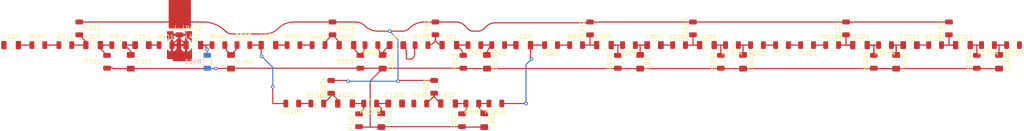
<source format=kicad_pcb>
(kicad_pcb (version 20221018) (generator pcbnew)
  (layers (0 "F.Cu" signal) (31 "B.Cu" signal) (34 "B.Paste" user) (35 "F.Paste" user) (36 "B.SilkS" user "B.Silkscreen") (37 "F.SilkS" user "F.Silkscreen") (38 "B.Mask" user) (39 "F.Mask" user) (44 "Edge.Cuts" user))
  (net 0 "")
  (net 2 "/local_1_a/in")
  (net 3 "/local_1_a/out")
  (net 4 "/local_1_b/in")
  (net 5 "/local_1_b/out")
  (net 6 "Net-(L301-Pad1)")
  (net 7 "Net-(L301-Pad2)")
  (net 8 "Net-(L401-Pad1)")
  (net 9 "Net-(L401-Pad2)")
  (net 10 "Net-(L601-Pad1)")
  (net 11 "Net-(L601-Pad2)")
  (net 12 "Net-(L701-Pad1)")
  (net 13 "Net-(L701-Pad2)")
  (net 14 "Net-(L901-Pad2)")
  (net 15 "+5V")
  (net 16 "GND")
  (net 17 "/relative_1_a/relative_2_a/out")
  (net 18 "Net-(L1001-Pad2)")
  (net 19 "/relative_1_a/out")
  (net 20 "/relative_1_a1/in")
  (net 21 "Net-(L1201-Pad2)")
  (net 22 "/relative_1_a1/relative_2_a/out")
  (net 23 "Net-(L1301-Pad2)")
  (net 24 "/relative_1_a1/out")
  (net 25 "/local_1_a/local_2_a/in")
  (net 26 "/local_1_a/local_2_b/out")
  (net 27 "/local_1_a/local_2_a/out")
  (net 28 "/local_1_a/local_2_b/in")
  (net 29 "/local_1_b/local_2_a/in")
  (net 30 "/local_1_b/local_2_b/out")
  (net 31 "/local_1_b/local_2_a/out")
  (net 32 "/local_1_b/local_2_b/in")
  (net 33 "/relative_1_a/relative_2_b/in")
  (net 34 "/relative_1_a/relative_2_b/out")
  (net 35 "/relative_1_a1/relative_2_b/in")
  (net 36 "/relative_1_a1/relative_2_b/out")
  (net 37 "Net-(L901-Pad1)")
  (net 38 "Net-(L1001-Pad1)")
  (net 39 "Net-(L1201-Pad1)")
  (net 40 "Net-(L1301-Pad1)")
  (net 41 "/relative_1_a/relative_2_a/in")
  (net 42 "/relative_1_a1/relative_2_a/in")
  (net 43 "/mezzanine/local_mezzanine/local_2_b/out")
  (net 44 "/mezzanine/local_mezzanine/local_2_a/out")
  (net 45 "/mezzanine/local_mezzanine/local_2_b/in")
  (net 46 "Net-(L902-Pad1)")
  (net 47 "Net-(L902-Pad2)")
  (net 48 "/mezzanine/out")
  (net 49 "Net-(L1002-Pad1)")
  (net 50 "Net-(L1002-Pad2)")
  (net 51 "/mezzanine/local_mezzanine/local_2_a/in")
  (footprint "Resistor_SMD:R_1206_3216Metric" (layer "F.Cu") (at 222.885 41.275 90)
    (fp_text reference "R1203")
    (fp_text value "2k2")
  )
  (footprint "Capacitor_SMD:C_1206_3216Metric_Pad1.33x1.80mm_HandSolder" (layer "F.Cu") (at 110.7825 41.275 -90)
    (fp_text reference "C601")
    (fp_text value "100n")
  )
  (footprint "Resistor_SMD:R_1206_3216Metric" (layer "F.Cu") (at 129.1975 41.275 90)
    (fp_text reference "R703")
    (fp_text value "2k2")
  )
  (footprint "Resistor_SMD:R_1206_3216Metric" (layer "F.Cu") (at 181.61 33.655 90)
    (fp_text reference "R1002")
    (fp_text value "4k7")
  )
  (footprint "Resistor_SMD:R_1206_3216Metric" (layer "F.Cu") (at 119.6725 37.465)
    (fp_text reference "R701")
    (fp_text value "1k")
  )
  (footprint "Resistor_SMD:R_1206_3216Metric" (layer "F.Cu") (at 99.06 46.99 90)
    (fp_text reference "R1006")
    (fp_text value "4k7")
  )
  (footprint "Capacitor_SMD:C_1206_3216Metric_Pad1.33x1.80mm_HandSolder" (layer "F.Cu") (at 133.985 54.61 -90)
    (fp_text reference "C902")
    (fp_text value "100n")
  )
  (footprint "Capacitor_SMD:C_1206_3216Metric_Pad1.33x1.80mm_HandSolder" (layer "F.Cu") (at 134.62 41.275 -90)
    (fp_text reference "C701")
    (fp_text value "100n")
  )
  (footprint "Capacitor_SMD:C_1206_3216Metric_Pad1.33x1.80mm_HandSolder" (layer "F.Cu") (at 76.2 41.275 -90)
    (fp_text reference "C401")
    (fp_text value "100n")
  )
  (footprint "Resistor_SMD:R_1206_3216Metric" (layer "F.Cu") (at 105.41 54.61 90)
    (fp_text reference "R1007")
    (fp_text value "2k2")
  )
  (footprint "Resistor_SMD:R_1206_3216Metric" (layer "F.Cu") (at 90.4625 37.465 180)
    (fp_text reference "R501")
    (fp_text value "1k")
  )
  (footprint "Resistor_SMD:R_1206_3216Metric" (layer "F.Cu") (at 190.5 37.465 180)
    (fp_text reference "R1004")
    (fp_text value "1k")
  )
  (footprint "Inductor_SMD:L_1206_3216Metric_Pad1.22x1.90mm_HandSolder" (layer "F.Cu") (at 125.73 50.8)
    (fp_text reference "L902")
    (fp_text value "10uH")
  )
  (footprint "Resistor_SMD:R_1206_3216Metric" (layer "F.Cu") (at 196.215 37.465 180)
    (fp_text reference "R802")
    (fp_text value "1k")
  )
  (footprint "Resistor_SMD:R_1206_3216Metric" (layer "F.Cu") (at 136.525 50.8 180)
    (fp_text reference "R1206")
    (fp_text value "1k")
  )
  (footprint "Resistor_SMD:R_1206_3216Metric" (layer "F.Cu") (at 119.38 50.8)
    (fp_text reference "R905")
    (fp_text value "1k")
  )
  (footprint "Resistor_SMD:R_1206_3216Metric" (layer "F.Cu") (at 95.885 50.8)
    (fp_text reference "R1005")
    (fp_text value "1k")
  )
  (footprint "Resistor_SMD:R_1206_3216Metric" (layer "F.Cu") (at 213.36 37.465)
    (fp_text reference "R1201")
    (fp_text value "1k")
  )
  (footprint "Capacitor_SMD:C_1206_3216Metric_Pad1.33x1.80mm_HandSolder" (layer "F.Cu") (at 193.04 41.275 -90)
    (fp_text reference "C1001")
    (fp_text value "100n")
  )
  (footprint "Inductor_SMD:L_1206_3216Metric_Pad1.22x1.90mm_HandSolder" (layer "F.Cu") (at 67.6025 37.465)
    (fp_text reference "L401")
    (fp_text value "10uH")
  )
  (footprint "Resistor_SMD:R_1206_3216Metric" (layer "F.Cu") (at 38.3925 37.465)
    (fp_text reference "R301")
    (fp_text value "1k")
  )
  (footprint "Resistor_SMD:R_1206_3216Metric" (layer "F.Cu") (at 122.555 46.99 90)
    (fp_text reference "R906")
    (fp_text value "4k7")
  )
  (footprint "Capacitor_SMD:C_1206_3216Metric_Pad1.33x1.80mm_HandSolder" (layer "F.Cu") (at 227.965 41.275 -90)
    (fp_text reference "C1201")
    (fp_text value "100n")
  )
  (footprint "Resistor_SMD:R_1206_3216Metric" (layer "F.Cu") (at 178.435 37.465)
    (fp_text reference "R1001")
    (fp_text value "1k")
  )
  (footprint "Capacitor_SMD:C_1206_3216Metric_Pad1.33x1.80mm_HandSolder" (layer "F.Cu") (at 231.14 37.465)
    (fp_text reference "C1101")
    (fp_text value "100n")
  )
  (footprint "Resistor_SMD:R_1206_3216Metric" (layer "F.Cu") (at 50.4575 37.465 180)
    (fp_text reference "R304")
    (fp_text value "1k")
  )
  (footprint "Resistor_SMD:R_1206_3216Metric" (layer "F.Cu") (at 79.0325 37.465 180)
    (fp_text reference "R202")
    (fp_text value "1k")
  )
  (footprint "Capacitor_SMD:C_1206_3216Metric_Pad1.33x1.80mm_HandSolder" (layer "F.Cu") (at 169.545 41.275 -90)
    (fp_text reference "C901")
    (fp_text value "100n")
  )
  (footprint "Resistor_SMD:R_1206_3216Metric" (layer "F.Cu") (at 108.2425 37.465 180)
    (fp_text reference "R604")
    (fp_text value "1k")
  )
  (footprint "Capacitor_SMD:C_1206_3216Metric_Pad1.33x1.80mm_HandSolder" (layer "F.Cu") (at 113.665 50.8)
    (fp_text reference "C1202")
    (fp_text value "100n")
  )
  (footprint "Resistor_SMD:R_1206_3216Metric" (layer "F.Cu") (at 167.005 37.465 180)
    (fp_text reference "R904")
    (fp_text value "1k")
  )
  (footprint "Capacitor_SMD:C_1206_3216Metric_Pad1.33x1.80mm_HandSolder" (layer "F.Cu") (at 110.49 54.61 -90)
    (fp_text reference "C1002")
    (fp_text value "100n")
  )
  (footprint "Capacitor_SMD:C_1206_3216Metric_Pad1.33x1.80mm_HandSolder" (layer "F.Cu") (at 55.88 37.465)
    (fp_text reference "C201")
    (fp_text value "100n")
  )
  (footprint "Inductor_SMD:L_1206_3216Metric_Pad1.22x1.90mm_HandSolder" (layer "F.Cu") (at 142.875 37.465)
    (fp_text reference "L103")
    (fp_text value "10uH")
  )
  (footprint "Resistor_SMD:R_1206_3216Metric" (layer "F.Cu") (at 240.03 33.655 90)
    (fp_text reference "R1302")
    (fp_text value "4k7")
  )
  (footprint "Resistor_SMD:R_1206_3216Metric" (layer "F.Cu") (at 207.645 37.465 180)
    (fp_text reference "R1101")
    (fp_text value "1k")
  )
  (footprint "Resistor_SMD:R_1206_3216Metric" (layer "F.Cu") (at 105.7025 41.275 90)
    (fp_text reference "R603")
    (fp_text value "2k2")
  )
  (footprint "Inductor_SMD:L_1206_3216Metric_Pad1.22x1.90mm_HandSolder" (layer "F.Cu") (at 126.0225 37.465)
    (fp_text reference "L701")
    (fp_text value "10uH")
  )
  (footprint "Resistor_SMD:R_1206_3216Metric" (layer "F.Cu") (at 99.3525 33.655 90)
    (fp_text reference "R602")
    (fp_text value "4k7")
  )
  (footprint "Inductor_SMD:L_1206_3216Metric_Pad1.22x1.90mm_HandSolder" (layer "F.Cu") (at 26.035 37.465)
    (fp_text reference "L101")
    (fp_text value "10uH")
  )
  (footprint "Capacitor_SMD:C_1206_3216Metric_Pad1.33x1.80mm_HandSolder" (layer "F.Cu") (at 113.9575 37.465)
    (fp_text reference "C501")
    (fp_text value "100n")
  )
  (footprint "Resistor_SMD:R_1206_3216Metric" (layer "F.Cu") (at 216.535 33.655 90)
    (fp_text reference "R1202")
    (fp_text value "4k7")
  )
  (footprint "Resistor_SMD:R_1206_3216Metric" (layer "F.Cu") (at 131.2525 50.8 180)
    (fp_text reference "R908")
    (fp_text value "1k")
  )
  (footprint "Resistor_SMD:R_1206_3216Metric" (layer "F.Cu") (at 41.5675 33.655 90)
    (fp_text reference "R302")
    (fp_text value "4k7")
  )
  (footprint "Inductor_SMD:L_1206_3216Metric_Pad1.22x1.90mm_HandSolder" (layer "F.Cu") (at 102.5275 37.465)
    (fp_text reference "L601")
    (fp_text value "10uH")
  )
  (footprint "Capacitor_SMD:C_1206_3216Metric_Pad1.33x1.80mm_HandSolder" (layer "F.Cu") (at 53.34 41.275 -90)
    (fp_text reference "C301")
    (fp_text value "100n")
  )
  (footprint "Resistor_SMD:R_1206_3216Metric" (layer "F.Cu") (at 73.3175 37.465 180)
    (fp_text reference "R404")
    (fp_text value "1k")
  )
  (footprint "Resistor_SMD:R_1206_3216Metric" (layer "F.Cu") (at 201.93 37.465 180)
    (fp_text reference "R101")
    (fp_text value "1k")
  )
  (footprint "Inductor_SMD:L_1206_3216Metric_Pad1.22x1.90mm_HandSolder" (layer "F.Cu") (at 84.7475 37.465)
    (fp_text reference "L102")
    (fp_text value "10uH")
  )
  (footprint "Resistor_SMD:R_1206_3216Metric" (layer "F.Cu") (at 187.96 41.275 90)
    (fp_text reference "R1003")
    (fp_text value "2k2")
  )
  (footprint "Resistor_SMD:R_1206_3216Metric" (layer "F.Cu") (at 154.94 37.465)
    (fp_text reference "R901")
    (fp_text value "1k")
  )
  (footprint "Resistor_SMD:R_1206_3216Metric" (layer "F.Cu") (at 61.2525 37.465)
    (fp_text reference "R401")
    (fp_text value "1k")
  )
  (footprint "Resistor_SMD:R_1206_3216Metric" (layer "F.Cu") (at 90.17 50.8 180)
    (fp_text reference "R1205")
    (fp_text value "1k")
  )
  (footprint "Resistor_SMD:R_1206_3216Metric" (layer "F.Cu") (at 248.92 37.465 180)
    (fp_text reference "R1304")
    (fp_text value "1k")
  )
  (footprint "Resistor_SMD:R_1206_3216Metric" (layer "F.Cu") (at 128.905 54.61 90)
    (fp_text reference "R907")
    (fp_text value "2k2")
  )
  (footprint "Capacitor_SMD:C_1206_3216Metric_Pad1.33x1.80mm_HandSolder" (layer "F.Cu") (at 172.72 37.465)
    (fp_text reference "C801")
    (fp_text value "100n")
  )
  (footprint "Inductor_SMD:L_1206_3216Metric_Pad1.22x1.90mm_HandSolder" (layer "F.Cu") (at 44.7425 37.465)
    (fp_text reference "L301")
    (fp_text value "10uH")
  )
  (footprint "Resistor_SMD:R_1206_3216Metric" (layer "F.Cu") (at 131.7375 37.465 180)
    (fp_text reference "R704")
    (fp_text value "1k")
  )
  (footprint "Resistor_SMD:R_1206_3216Metric" (layer "F.Cu") (at 32.235 37.465 180)
    (fp_text reference "R201")
    (fp_text value "1k")
  )
  (footprint "Capacitor_SMD:C_1206_3216Metric_Pad1.33x1.80mm_HandSolder" (layer "F.Cu") (at 251.46 41.275 -90)
    (fp_text reference "C1301")
    (fp_text value "100n")
  )
  (footprint "Resistor_SMD:R_1206_3216Metric" (layer "F.Cu") (at 225.425 37.465 180)
    (fp_text reference "R1204")
    (fp_text value "1k")
  )
  (footprint "Resistor_SMD:R_1206_3216Metric" (layer "F.Cu") (at 47.9175 41.275 90)
    (fp_text reference "R303")
    (fp_text value "2k2")
  )
  (footprint "Inductor_SMD:L_1206_3216Metric_Pad1.22x1.90mm_HandSolder" (layer "F.Cu") (at 161.29 37.465)
    (fp_text reference "L901")
    (fp_text value "10uH")
  )
  (footprint "Resistor_SMD:R_1206_3216Metric" (layer "F.Cu") (at 149.225 37.465 180)
    (fp_text reference "R801")
    (fp_text value "1k")
  )
  (footprint "Resistor_SMD:R_1206_3216Metric" (layer "F.Cu") (at 96.1775 37.465)
    (fp_text reference "R601")
    (fp_text value "1k")
  )
  (footprint "Inductor_SMD:L_1206_3216Metric_Pad1.22x1.90mm_HandSolder" (layer "F.Cu") (at 184.785 37.465)
    (fp_text reference "L1001")
    (fp_text value "10uH")
  )
  (footprint "Resistor_SMD:R_1206_3216Metric" (layer "F.Cu") (at 137.16 37.465 180)
    (fp_text reference "R502")
    (fp_text value "1k")
  )
  (footprint "Resistor_SMD:R_1206_3216Metric" (layer "F.Cu") (at 236.855 37.465)
    (fp_text reference "R1301")
    (fp_text value "1k")
  )
  (footprint "Resistor_SMD:R_1206_3216Metric" (layer "F.Cu") (at 122.8475 33.655 90)
    (fp_text reference "R702")
    (fp_text value "4k7")
  )
  (footprint "Inductor_SMD:L_1206_3216Metric_Pad1.22x1.90mm_HandSolder" (layer "F.Cu") (at 219.71 37.465)
    (fp_text reference "L1201")
    (fp_text value "10uH")
  )
  (footprint "Resistor_SMD:R_1206_3216Metric" (layer "F.Cu") (at 158.115 33.655 90)
    (fp_text reference "R902")
    (fp_text value "4k7")
  )
  (footprint "Resistor_SMD:R_1206_3216Metric" (layer "F.Cu") (at 246.38 41.275 90)
    (fp_text reference "R1303")
    (fp_text value "2k2")
  )
  (footprint "Inductor_SMD:L_1206_3216Metric_Pad1.22x1.90mm_HandSolder" (layer "F.Cu") (at 102.235 50.8)
    (fp_text reference "L1002")
    (fp_text value "10uH")
  )
  (footprint "Resistor_SMD:R_1206_3216Metric" (layer "F.Cu") (at 107.95 50.8 180)
    (fp_text reference "R1008")
    (fp_text value "1k")
  )
  (footprint "Inductor_SMD:L_1206_3216Metric_Pad1.22x1.90mm_HandSolder" (layer "F.Cu") (at 243.205 37.465)
    (fp_text reference "L1301")
    (fp_text value "10uH")
  )
  (footprint "Resistor_SMD:R_1206_3216Metric" (layer "F.Cu") (at 254.635 37.465 180)
    (fp_text reference "R1102")
    (fp_text value "1k")
  )
  (footprint "Resistor_SMD:R_1206_3216Metric" (layer "F.Cu") (at 164.465 41.275 90)
    (fp_text reference "R903")
    (fp_text value "2k2")
  )
  (footprint "Resistor_SMD:R_1206_3216Metric" (layer "F.Cu") (at 64.4275 33.655 90)
    (fp_text reference "R402")
    (fp_text value "4k7")
  )
  (footprint "Resistor_SMD:R_1206_3216Metric" (layer "B.Cu") (at 70.7775 41.275 90)
    (fp_text reference "R403")
    (fp_text value "2k2")
  )
  (segment (start 27.99 37.465) (end 30.7725 37.465) (width 0.25) (layer "F.Cu") (net 2))
  (segment (start 85.725 46.99) (end 85.725 50.8) (width 0.25) (layer "F.Cu") (net 3))
  (segment (start 83.085 39.905) (end 83.085 37.465) (width 0.25) (layer "F.Cu") (net 3))
  (segment (start 85.725 50.8) (end 88.7075 50.8) (width 0.25) (layer "F.Cu") (net 3))
  (segment (start 83.185 40.005) (end 83.085 39.905) (width 0.25) (layer "F.Cu") (net 3))
  (segment (start 80.495 37.465) (end 83.085 37.465) (width 0.25) (layer "F.Cu") (net 3))
  (via (at 85.725 46.99) (size 0.8) (drill 0.4) (layers "F.Cu" "B.Cu") (net 3))
  (via (at 83.185 40.005) (size 0.8) (drill 0.4) (layers "F.Cu" "B.Cu") (net 3))
  (segment (start 85.725 46.99) (end 85.725 42.545) (width 0.25) (layer "B.Cu") (net 3))
  (segment (start 85.725 42.545) (end 83.185 40.005) (width 0.25) (layer "B.Cu") (net 3))
  (segment (start 86.41 37.465) (end 89 37.465) (width 0.25) (layer "F.Cu") (net 4))
  (segment (start 138.6225 37.465) (end 141.2125 37.465) (width 0.25) (layer "F.Cu") (net 5))
  (segment (start 39.855 37.465) (end 43.08 37.465) (width 0.25) (layer "F.Cu") (net 6))
  (segment (start 43.08 36.63) (end 43.08 37.465) (width 0.25) (layer "F.Cu") (net 6))
  (segment (start 41.5675 35.1175) (end 43.08 36.63) (width 0.25) (layer "F.Cu") (net 6))
  (segment (start 46.405 37.465) (end 48.995 37.465) (width 0.25) (layer "F.Cu") (net 7))
  (segment (start 47.9175 39.8125) (end 46.405 38.3) (width 0.25) (layer "F.Cu") (net 7))
  (segment (start 46.405 38.3) (end 46.405 37.465) (width 0.25) (layer "F.Cu") (net 7))
  (segment (start 62.715 37.465) (end 63.978487 36.201513) (width 0.25) (layer "F.Cu") (net 8))
  (segment (start 65.017934 36.542934) (end 65.94 37.465) (width 0.25) (layer "F.Cu") (net 8))
  (arc (start 63.978487 36.201513) (mid 64.310806 35.704164) (end 64.4275 35.1175) (width 0.25) (layer "F.Cu") (net 8))
  (arc (start 64.4275 35.1175) (mid 64.580949 35.888939) (end 65.017934 36.542934) (width 0.25) (layer "F.Cu") (net 8))
  (segment (start 70.739 38.45921) (end 70.739 38.481) (width 0.25) (layer "F.Cu") (net 9))
  (segment (start 69.265 37.465) (end 69.565185 37.465) (width 0.25) (layer "F.Cu") (net 9))
  (segment (start 71.855 37.465) (end 69.265 37.465) (width 0.25) (layer "F.Cu") (net 9))
  (via (at 70.739 38.481) (size 0.8) (drill 0.4) (layers "F.Cu" "B.Cu") (net 9))
  (arc (start 70.485 37.846) (mid 70.672987 38.127343) (end 70.739 38.45921) (width 0.25) (layer "F.Cu") (net 9))
  (arc (start 69.565185 37.465) (mid 70.062985 37.564019) (end 70.485 37.846) (width 0.25) (layer "F.Cu") (net 9))
  (segment (start 70.739 38.481) (end 70.739 39.719553) (width 0.25) (layer "B.Cu") (net 9))
  (arc (start 70.739 39.719553) (mid 70.749006 39.769855) (end 70.7775 39.8125) (width 0.25) (layer "B.Cu") (net 9))
  (segment (start 100.274566 36.039566) (end 99.3525 35.1175) (width 0.25) (layer "F.Cu") (net 10))
  (segment (start 98.089013 36.380987) (end 99.3525 35.1175) (width 0.25) (layer "F.Cu") (net 10))
  (arc (start 97.64 37.465) (mid 97.756695 36.878336) (end 98.089013 36.380987) (width 0.25) (layer "F.Cu") (net 10))
  (arc (start 100.865 37.465) (mid 100.711551 36.693561) (end 100.274566 36.039566) (width 0.25) (layer "F.Cu") (net 10))
  (segment (start 105.881974 39.633025) (end 105.7025 39.8125) (width 0.25) (layer "F.Cu") (net 11))
  (segment (start 104.780434 38.890434) (end 105.7025 39.8125) (width 0.25) (layer "F.Cu") (net 11))
  (arc (start 106.78 37.465) (mid 106.546611 38.638327) (end 105.881974 39.633025) (width 0.25) (layer "F.Cu") (net 11))
  (arc (start 104.19 37.465) (mid 104.343449 38.236439) (end 104.780434 38.890434) (width 0.25) (layer "F.Cu") (net 11))
  (segment (start 122.475079 36.909921) (end 122.555 36.83) (width 0.25) (layer "F.Cu") (net 12))
  (segment (start 122.8475 36.123843) (end 122.8475 35.1175) (width 0.25) (layer "F.Cu") (net 12))
  (segment (start 122.8475 36.003132) (end 122.8475 35.1175) (width 0.25) (layer "F.Cu") (net 12))
  (segment (start 123.446698 37.086698) (end 123.19 36.83) (width 0.25) (layer "F.Cu") (net 12))
  (arc (start 124.36 37.465) (mid 123.865725 37.366682) (end 123.446698 37.086698) (width 0.25) (layer "F.Cu") (net 12))
  (arc (start 122.555 36.83) (mid 122.771482 36.506012) (end 122.8475 36.123843) (width 0.25) (layer "F.Cu") (net 12))
  (arc (start 121.135 37.465) (mid 121.860246 37.32074) (end 122.475079 36.909921) (width 0.25) (layer "F.Cu") (net 12))
  (arc (start 123.19 36.83) (mid 122.936512 36.45063) (end 122.8475 36.003132) (width 0.25) (layer "F.Cu") (net 12))
  (segment (start 128.607066 38.387066) (end 127.685 37.465) (width 0.25) (layer "F.Cu") (net 13))
  (segment (start 127.685 37.465) (end 130.275 37.465) (width 0.25) (layer "F.Cu") (net 13))
  (arc (start 129.1975 39.8125) (mid 129.044051 39.041061) (end 128.607066 38.387066) (width 0.25) (layer "F.Cu") (net 13))
  (segment (start 164.465 37.465) (end 165.5425 37.465) (width 0.25) (layer "F.Cu") (net 14))
  (segment (start 162.9525 37.465) (end 164.465 37.465) (width 0.25) (layer "F.Cu") (net 14))
  (segment (start 164.465 39.8125) (end 164.465 37.465) (width 0.25) (layer "F.Cu") (net 14))
  (segment (start 120.370787 32.1925) (end 122.8475 32.1925) (width 0.25) (layer "F.Cu") (net 15))
  (segment (start 136.525 32.385) (end 157.9225 32.385) (width 0.25) (layer "F.Cu") (net 15))
  (segment (start 41.5675 32.1925) (end 64.4275 32.1925) (width 0.25) (layer "F.Cu") (net 15))
  (segment (start 181.61 32.1925) (end 216.535 32.1925) (width 0.25) (layer "F.Cu") (net 15))
  (segment (start 129.54 33.02) (end 130.360987 33.840987) (width 0.25) (layer "F.Cu") (net 15))
  (segment (start 216.3425 32.385) (end 216.535 32.1925) (width 0.25) (layer "F.Cu") (net 15))
  (segment (start 122.8475 32.1925) (end 127.542239 32.1925) (width 0.25) (layer "F.Cu") (net 15))
  (segment (start 216.535 32.1925) (end 240.03 32.1925) (width 0.25) (layer "F.Cu") (net 15))
  (segment (start 114.4925 45.5275) (end 114.3 45.72) (width 0.25) (layer "F.Cu") (net 15))
  (segment (start 112.395 34.29) (end 114.935 34.29) (width 0.25) (layer "F.Cu") (net 15))
  (segment (start 239.8375 32.385) (end 240.03 32.1925) (width 0.25) (layer "F.Cu") (net 15))
  (segment (start 216.3425 32.385) (end 216.535 32.1925) (width 0.25) (layer "F.Cu") (net 15))
  (segment (start 114.935 34.29) (end 115.306975 34.29) (width 0.25) (layer "F.Cu") (net 15))
  (segment (start 102.6775 45.5275) (end 99.06 45.5275) (width 0.25) (layer "F.Cu") (net 15))
  (segment (start 109.746051 34.29) (end 112.395 34.29) (width 0.25) (layer "F.Cu") (net 15))
  (segment (start 122.555 45.5275) (end 114.4925 45.5275) (width 0.25) (layer "F.Cu") (net 15))
  (segment (start 64.4275 32.1925) (end 69.866188 32.1925) (width 0.25) (layer "F.Cu") (net 15))
  (segment (start 90.525787 32.1925) (end 99.3525 32.1925) (width 0.25) (layer "F.Cu") (net 15))
  (segment (start 133.985 33.655) (end 134.356974 33.283026) (width 0.25) (layer "F.Cu") (net 15))
  (segment (start 131.445 34.29) (end 132.451975 34.29) (width 0.25) (layer "F.Cu") (net 15))
  (segment (start 158.115 32.1925) (end 181.61 32.1925) (width 0.25) (layer "F.Cu") (net 15))
  (segment (start 181.4175 32.385) (end 181.61 32.1925) (width 0.25) (layer "F.Cu") (net 15))
  (segment (start 157.9225 32.385) (end 158.115 32.1925) (width 0.25) (layer "F.Cu") (net 15))
  (segment (start 99.3525 32.1925) (end 104.682239 32.1925) (width 0.25) (layer "F.Cu") (net 15))
  (segment (start 76.463025 34.925) (end 83.928949 34.925) (width 0.25) (layer "F.Cu") (net 15))
  (segment (start 102.87 45.72) (end 102.6775 45.5275) (width 0.25) (layer "F.Cu") (net 15))
  (via (at 112.395 34.29) (size 0.8) (drill 0.4) (layers "F.Cu" "B.Cu") (net 15))
  (via (at 102.87 45.72) (size 0.8) (drill 0.4) (layers "F.Cu" "B.Cu") (net 15))
  (via (at 114.3 45.72) (size 0.8) (drill 0.4) (layers "F.Cu" "B.Cu") (net 15))
  (arc (start 104.682239 32.1925) (mid 105.763419 32.40756) (end 106.68 33.02) (width 0.25) (layer "F.Cu") (net 15))
  (arc (start 134.356974 33.283026) (mid 135.351672 32.618389) (end 136.525 32.385) (width 0.25) (layer "F.Cu") (net 15))
  (arc (start 106.68 33.02) (mid 108.086716 33.959938) (end 109.746051 34.29) (width 0.25) (layer "F.Cu") (net 15))
  (arc (start 127.542239 32.1925) (mid 128.623419 32.40756) (end 129.54 33.02) (width 0.25) (layer "F.Cu") (net 15))
  (arc (start 115.306975 34.29) (mid 116.136642 34.124969) (end 116.84 33.655) (width 0.25) (layer "F.Cu") (net 15))
  (arc (start 132.451975 34.29) (mid 133.281642 34.124969) (end 133.985 33.655) (width 0.25) (layer "F.Cu") (net 15))
  (arc (start 83.928949 34.925) (mid 85.588284 34.594937) (end 86.995 33.655) (width 0.25) (layer "F.Cu") (net 15))
  (arc (start 74.93 34.29) (mid 75.633358 34.759969) (end 76.463025 34.925) (width 0.25) (layer "F.Cu") (net 15))
  (arc (start 116.84 33.655) (mid 118.459938 32.572591) (end 120.370787 32.1925) (width 0.25) (layer "F.Cu") (net 15))
  (arc (start 86.995 33.655) (mid 88.614938 32.572591) (end 90.525787 32.1925) (width 0.25) (layer "F.Cu") (net 15))
  (arc (start 69.866188 32.1925) (mid 72.606703 32.737623) (end 74.93 34.29) (width 0.25) (layer "F.Cu") (net 15))
  (arc (start 130.360987 33.840987) (mid 130.858336 34.173305) (end 131.445 34.29) (width 0.25) (layer "F.Cu") (net 15))
  (segment (start 103.505 45.72) (end 102.87 45.72) (width 0.25) (layer "B.Cu") (net 15))
  (segment (start 114.3 36.195) (end 112.395 34.29) (width 0.25) (layer "B.Cu") (net 15))
  (segment (start 114.3 45.72) (end 114.3 36.195) (width 0.25) (layer "B.Cu") (net 15))
  (segment (start 114.3 45.72) (end 103.505 45.72) (width 0.25) (layer "B.Cu") (net 15))
  (segment (start 246.48 42.8375) (end 246.38 42.7375) (width 0.25) (layer "F.Cu") (net 16))
  (segment (start 76.2 42.8375) (end 76.1615 42.799) (width 0.25) (layer "F.Cu") (net 16))
  (segment (start 129.005 56.1725) (end 128.905 56.0725) (width 0.25) (layer "F.Cu") (net 16))
  (segment (start 107.95 56.1725) (end 105.51 56.1725) (width 0.25) (layer "F.Cu") (net 16))
  (segment (start 246.28 42.8375) (end 246.38 42.7375) (width 0.25) (layer "F.Cu") (net 16))
  (segment (start 53.34 42.8375) (end 72.7325 42.8375) (width 0.25) (layer "F.Cu") (net 16))
  (segment (start 164.565 42.8375) (end 164.465 42.7375) (width 0.25) (layer "F.Cu") (net 16))
  (segment (start 222.985 42.8375) (end 222.885 42.7375) (width 0.25) (layer "F.Cu") (net 16))
  (segment (start 129.1975 42.7375) (end 111.023921 42.7375) (width 0.25) (layer "F.Cu") (net 16))
  (segment (start 222.785 42.8375) (end 222.885 42.7375) (width 0.25) (layer "F.Cu") (net 16))
  (segment (start 169.545 42.8375) (end 187.86 42.8375) (width 0.25) (layer "F.Cu") (net 16))
  (segment (start 227.965 42.8375) (end 222.985 42.8375) (width 0.25) (layer "F.Cu") (net 16))
  (segment (start 227.965 42.8375) (end 222.985 42.8375) (width 0.25) (layer "F.Cu") (net 16))
  (segment (start 110.49 56.1725) (end 107.95 56.1725) (width 0.25) (layer "F.Cu") (net 16))
  (segment (start 251.46 42.8375) (end 246.48 42.8375) (width 0.25) (layer "F.Cu") (net 16))
  (segment (start 107.95 45.67) (end 107.95 56.1725) (width 0.25) (layer "F.Cu") (net 16))
  (segment (start 76.1615 42.799) (end 72.771 42.799) (width 0.25) (layer "F.Cu") (net 16))
  (segment (start 128.905 56.0725) (end 110.59 56.0725) (width 0.25) (layer "F.Cu") (net 16))
  (segment (start 193.04 42.8375) (end 222.785 42.8375) (width 0.25) (layer "F.Cu") (net 16))
  (segment (start 193.04 42.8375) (end 188.06 42.8375) (width 0.25) (layer "F.Cu") (net 16))
  (segment (start 110.7825 42.8375) (end 107.95 45.67) (width 0.25) (layer "F.Cu") (net 16))
  (segment (start 53.34 42.8375) (end 49.601157 42.8375) (width 0.25) (layer "F.Cu") (net 16))
  (segment (start 134.62 42.8375) (end 164.365 42.8375) (width 0.25) (layer "F.Cu") (net 16))
  (segment (start 105.51 56.1725) (end 105.41 56.0725) (width 0.25) (layer "F.Cu") (net 16))
  (segment (start 188.06 42.8375) (end 187.96 42.7375) (width 0.25) (layer "F.Cu") (net 16))
  (segment (start 227.965 42.8375) (end 246.28 42.8375) (width 0.25) (layer "F.Cu") (net 16))
  (segment (start 164.365 42.8375) (end 164.465 42.7375) (width 0.25) (layer "F.Cu") (net 16))
  (segment (start 222.985 42.8375) (end 222.885 42.7375) (width 0.25) (layer "F.Cu") (net 16))
  (segment (start 110.541079 42.7375) (end 105.7025 42.7375) (width 0.25) (layer "F.Cu") (net 16))
  (segment (start 222.785 42.8375) (end 222.885 42.7375) (width 0.25) (layer "F.Cu") (net 16))
  (segment (start 48.895 42.545) (end 48.382236 42.545) (width 0.25) (layer "F.Cu") (net 16))
  (segment (start 110.59 56.0725) (end 110.49 56.1725) (width 0.25) (layer "F.Cu") (net 16))
  (segment (start 105.7025 42.7375) (end 76.441421 42.7375) (width 0.25) (layer "F.Cu") (net 16))
  (segment (start 133.985 56.1725) (end 129.005 56.1725) (width 0.25) (layer "F.Cu") (net 16))
  (segment (start 187.86 42.8375) (end 187.96 42.7375) (width 0.25) (layer "F.Cu") (net 16))
  (segment (start 72.7325 42.8375) (end 72.771 42.799) (width 0.25) (layer "F.Cu") (net 16))
  (segment (start 134.62 42.8375) (end 129.438921 42.8375) (width 0.25) (layer "F.Cu") (net 16))
  (segment (start 169.545 42.8375) (end 164.565 42.8375) (width 0.25) (layer "F.Cu") (net 16))
  (via (at 72.771 42.799) (size 0.8) (drill 0.4) (layers "F.Cu" "B.Cu") (net 16))
  (arc (start 129.438921 42.8375) (mid 129.308265 42.811511) (end 129.1975 42.7375) (width 0.25) (layer "F.Cu") (net 16))
  (arc (start 110.7825 42.8375) (mid 110.671735 42.763489) (end 110.541079 42.7375) (width 0.25) (layer "F.Cu") (net 16))
  (arc (start 76.441421 42.7375) (mid 76.310765 42.763489) (end 76.2 42.8375) (width 0.25) (layer "F.Cu") (net 16))
  (arc (start 48.382236 42.545) (mid 48.130723 42.595029) (end 47.9175 42.7375) (width 0.25) (layer "F.Cu") (net 16))
  (arc (start 53.581421 42.7375) (mid 53.450765 42.763489) (end 53.34 42.8375) (width 0.25) (layer "F.Cu") (net 16))
  (arc (start 49.601157 42.8375) (mid 49.218988 42.761482) (end 48.895 42.545) (width 0.25) (layer "F.Cu") (net 16))
  (arc (start 111.023921 42.7375) (mid 110.893265 42.763489) (end 110.7825 42.8375) (width 0.25) (layer "F.Cu") (net 16))
  (segment (start 70.839 42.799) (end 70.7775 42.7375) (width 0.25) (layer "B.Cu") (net 16))
  (segment (start 72.771 42.799) (end 70.839 42.799) (width 0.25) (layer "B.Cu") (net 16))
  (segment (start 169.545 39.7125) (end 169.545 37.465) (width 0.25) (layer "F.Cu") (net 17))
  (segment (start 169.545 37.465) (end 171.1575 37.465) (width 0.25) (layer "F.Cu") (net 17))
  (segment (start 168.4675 37.465) (end 169.545 37.465) (width 0.25) (layer "F.Cu") (net 17))
  (segment (start 187.96 39.8125) (end 187.96 37.465) (width 0.25) (layer "F.Cu") (net 18))
  (segment (start 186.4475 37.465) (end 187.96 37.465) (width 0.25) (layer "F.Cu") (net 18))
  (segment (start 187.96 37.465) (end 189.0375 37.465) (width 0.25) (layer "F.Cu") (net 18))
  (segment (start 197.6775 37.465) (end 200.4675 37.465) (width 0.25) (layer "F.Cu") (net 19))
  (segment (start 203.3925 37.465) (end 206.1825 37.465) (width 0.25) (layer "F.Cu") (net 20))
  (segment (start 221.3725 37.465) (end 222.885 37.465) (width 0.25) (layer "F.Cu") (net 21))
  (segment (start 222.885 37.465) (end 223.9625 37.465) (width 0.25) (layer "F.Cu") (net 21))
  (segment (start 221.3725 37.465) (end 222.885 37.465) (width 0.25) (layer "F.Cu") (net 21))
  (segment (start 222.885 39.8125) (end 222.885 37.465) (width 0.25) (layer "F.Cu") (net 21))
  (segment (start 222.885 39.8125) (end 222.885 37.465) (width 0.25) (layer "F.Cu") (net 21))
  (segment (start 222.885 37.465) (end 223.9625 37.465) (width 0.25) (layer "F.Cu") (net 21))
  (segment (start 226.8875 37.465) (end 227.965 37.465) (width 0.25) (layer "F.Cu") (net 22))
  (segment (start 227.965 39.7125) (end 227.965 37.465) (width 0.25) (layer "F.Cu") (net 22))
  (segment (start 227.965 39.7125) (end 227.965 37.465) (width 0.25) (layer "F.Cu") (net 22))
  (segment (start 227.965 37.465) (end 229.5775 37.465) (width 0.25) (layer "F.Cu") (net 22))
  (segment (start 226.8875 37.465) (end 227.965 37.465) (width 0.25) (layer "F.Cu") (net 22))
  (segment (start 246.38 39.8125) (end 246.38 37.465) (width 0.25) (layer "F.Cu") (net 23))
  (segment (start 246.38 37.465) (end 247.4575 37.465) (width 0.25) (layer "F.Cu") (net 23))
  (segment (start 244.8675 37.465) (end 246.38 37.465) (width 0.25) (layer "F.Cu") (net 23))
  (segment (start 33.6975 37.465) (end 36.93 37.465) (width 0.25) (layer "F.Cu") (net 25))
  (segment (start 75.365131 38.87763) (end 76.2 39.7125) (width 0.25) (layer "F.Cu") (net 26))
  (segment (start 76.949514 38.962986) (end 76.2 39.7125) (width 0.25) (layer "F.Cu") (net 26))
  (arc (start 77.57 37.465) (mid 77.408741 38.275704) (end 76.949514 38.962986) (width 0.25) (layer "F.Cu") (net 26))
  (arc (start 74.78 37.465) (mid 74.932071 38.22951) (end 75.365131 38.87763) (width 0.25) (layer "F.Cu") (net 26))
  (segment (start 51.92 37.465) (end 54.3175 37.465) (width 0.25) (layer "F.Cu") (net 27))
  (segment (start 53.34 38.885) (end 51.92 37.465) (width 0.25) (layer "F.Cu") (net 27))
  (segment (start 53.34 39.7125) (end 53.34 38.885) (width 0.25) (layer "F.Cu") (net 27))
  (segment (start 57.4425 37.465) (end 59.79 37.465) (width 0.25) (layer "F.Cu") (net 28))
  (segment (start 91.925 37.465) (end 94.437366 37.465) (width 0.25) (layer "F.Cu") (net 29))
  (arc (start 94.437366 37.465) (mid 94.58762 37.494888) (end 94.715 37.58) (width 0.25) (layer "F.Cu") (net 29))
  (segment (start 133.2 37.465) (end 135.6975 37.465) (width 0.25) (layer "F.Cu") (net 30))
  (segment (start 135.447315 37.715185) (end 135.6975 37.465) (width 0.25) (layer "F.Cu") (net 30))
  (arc (start 134.62 39.7125) (mid 134.835012 38.631561) (end 135.447315 37.715185) (width 0.25) (layer "F.Cu") (net 30))
  (segment (start 110.532315 39.462315) (end 110.7825 39.7125) (width 0.25) (layer "F.Cu") (net 31))
  (segment (start 112.395 37.465) (end 111.231513 38.628487) (width 0.25) (layer "F.Cu") (net 31))
  (arc (start 111.231513 38.628487) (mid 110.899195 39.125836) (end 110.7825 39.7125) (width 0.25) (layer "F.Cu") (net 31))
  (arc (start 109.705 37.465) (mid 109.920012 38.545939) (end 110.532315 39.462315) (width 0.25) (layer "F.Cu") (net 31))
  (segment (start 117.475 40.64) (end 117.660987 40.454013) (width 0.25) (layer "F.Cu") (net 32))
  (segment (start 116.205 40.64) (end 117.475 40.64) (width 0.25) (layer "F.Cu") (net 32))
  (segment (start 118.11 39.37) (end 118.11 37.706421) (width 0.25) (layer "F.Cu") (net 32))
  (segment (start 116.205 39.118736) (end 116.205 40.64) (width 0.25) (layer "F.Cu") (net 32))
  (arc (start 117.660987 40.454013) (mid 117.993306 39.956664) (end 118.11 39.37) (width 0.25) (layer "F.Cu") (net 32))
  (arc (start 118.11 37.706421) (mid 118.135989 37.575765) (end 118.21 37.465) (width 0.25) (layer "F.Cu") (net 32))
  (arc (start 115.52 37.465) (mid 116.026974 38.223741) (end 116.205 39.118736) (width 0.25) (layer "F.Cu") (net 32))
  (segment (start 174.2825 37.465) (end 176.9725 37.465) (width 0.25) (layer "F.Cu") (net 33))
  (segment (start 191.9625 37.465) (end 193.04 37.465) (width 0.25) (layer "F.Cu") (net 34))
  (segment (start 191.9625 37.465) (end 194.7525 37.465) (width 0.25) (layer "F.Cu") (net 34))
  (segment (start 193.04 39.7125) (end 193.04 37.465) (width 0.25) (layer "F.Cu") (net 34))
  (segment (start 232.7025 37.465) (end 235.3925 37.465) (width 0.25) (layer "F.Cu") (net 35))
  (segment (start 250.3825 37.465) (end 253.1725 37.465) (width 0.25) (layer "F.Cu") (net 36))
  (segment (start 250.3825 37.465) (end 251.46 37.465) (width 0.25) (layer "F.Cu") (net 36))
  (segment (start 251.46 39.7125) (end 251.46 37.465) (width 0.25) (layer "F.Cu") (net 36))
  (segment (start 156.4025 37.465) (end 158.115 37.465) (width 0.25) (layer "F.Cu") (net 37))
  (segment (start 158.115 35.1175) (end 158.115 37.465) (width 0.25) (layer "F.Cu") (net 37))
  (segment (start 158.115 37.465) (end 159.6275 37.465) (width 0.25) (layer "F.Cu") (net 37))
  (segment (start 179.8975 37.465) (end 181.61 37.465) (width 0.25) (layer "F.Cu") (net 38))
  (segment (start 181.61 37.465) (end 183.1225 37.465) (width 0.25) (layer "F.Cu") (net 38))
  (segment (start 181.61 35.1175) (end 181.61 37.465) (width 0.25) (layer "F.Cu") (net 38))
  (segment (start 216.535 37.465) (end 218.0475 37.465) (width 0.25) (layer "F.Cu") (net 39))
  (segment (start 216.535 35.1175) (end 216.535 37.465) (width 0.25) (layer "F.Cu") (net 39))
  (segment (start 216.535 35.1175) (end 216.535 37.465) (width 0.25) (layer "F.Cu") (net 39))
  (segment (start 214.8225 37.465) (end 216.535 37.465) (width 0.25) (layer "F.Cu") (net 39))
  (segment (start 214.8225 37.465) (end 216.535 37.465) (width 0.25) (layer "F.Cu") (net 39))
  (segment (start 216.535 37.465) (end 218.0475 37.465) (width 0.25) (layer "F.Cu") (net 39))
  (segment (start 240.03 35.1175) (end 240.03 37.465) (width 0.25) (layer "F.Cu") (net 40))
  (segment (start 240.03 37.465) (end 241.5425 37.465) (width 0.25) (layer "F.Cu") (net 40))
  (segment (start 238.3175 37.465) (end 240.03 37.465) (width 0.25) (layer "F.Cu") (net 40))
  (segment (start 150.6875 37.465) (end 153.4775 37.465) (width 0.25) (layer "F.Cu") (net 41))
  (segment (start 209.1075 37.465) (end 211.8975 37.465) (width 0.25) (layer "F.Cu") (net 42))
  (segment (start 135.0625 50.8) (end 132.715 50.8) (width 0.25) (layer "F.Cu") (net 43))
  (segment (start 132.9075 51.97) (end 133.985 53.0475) (width 0.25) (layer "F.Cu") (net 43))
  (segment (start 132.9075 50.8) (end 132.9075 51.97) (width 0.25) (layer "F.Cu") (net 43))
  (segment (start 110.49 51.8775) (end 109.4125 50.8) (width 0.25) (layer "F.Cu") (net 44))
  (segment (start 110.49 53.0475) (end 110.49 51.8775) (width 0.25) (layer "F.Cu") (net 44))
  (segment (start 112.1025 50.8) (end 109.4125 50.8) (width 0.25) (layer "F.Cu") (net 44))
  (segment (start 124.0675 50.8) (end 122.555 49.2875) (width 0.25) (layer "F.Cu") (net 46))
  (segment (start 122.555 49.0875) (end 122.555 48.4525) (width 0.25) (layer "F.Cu") (net 46))
  (segment (start 120.8425 50.8) (end 122.555 49.0875) (width 0.25) (layer "F.Cu") (net 46))
  (segment (start 122.555 49.2875) (end 122.555 48.4525) (width 0.25) (layer "F.Cu") (net 46))
  (segment (start 127.3925 50.8) (end 129.9825 50.8) (width 0.25) (layer "F.Cu") (net 47))
  (segment (start 128.905 53.1475) (end 129.9825 52.07) (width 0.25) (layer "F.Cu") (net 47))
  (segment (start 129.9825 52.07) (end 129.9825 50.8) (width 0.25) (layer "F.Cu") (net 47))
  (segment (start 144.78 40.64) (end 144.5375 40.3975) (width 0.25) (layer "F.Cu") (net 48))
  (segment (start 144.5375 40.3975) (end 144.5375 37.465) (width 0.25) (layer "F.Cu") (net 48))
  (segment (start 144.5375 37.465) (end 147.5625 37.465) (width 0.25) (layer "F.Cu") (net 48))
  (segment (start 137.9875 50.8) (end 143.51 50.8) (width 0.25) (layer "F.Cu") (net 48))
  (via (at 143.51 50.8) (size 0.8) (drill 0.4) (layers "F.Cu" "B.Cu") (net 48))
  (via (at 144.78 40.64) (size 0.8) (drill 0.4) (layers "F.Cu" "B.Cu") (net 48))
  (segment (start 143.51 41.91) (end 144.78 40.64) (width 0.25) (layer "B.Cu") (net 48))
  (segment (start 143.51 50.8) (end 143.51 41.91) (width 0.25) (layer "B.Cu") (net 48))
  (segment (start 99.06 48.4525) (end 100.5725 49.965) (width 0.25) (layer "F.Cu") (net 49))
  (segment (start 99.06 49.0875) (end 99.06 48.4525) (width 0.25) (layer "F.Cu") (net 49))
  (segment (start 100.5725 49.965) (end 100.5725 50.8) (width 0.25) (layer "F.Cu") (net 49))
  (segment (start 97.3475 50.8) (end 99.06 49.0875) (width 0.25) (layer "F.Cu") (net 49))
  (segment (start 105.41 53.1475) (end 106.4875 52.07) (width 0.25) (layer "F.Cu") (net 50))
  (segment (start 103.8975 50.8) (end 106.4875 50.8) (width 0.25) (layer "F.Cu") (net 50))
  (segment (start 106.4875 52.07) (end 106.4875 50.8) (width 0.25) (layer "F.Cu") (net 50))
  (segment (start 91.6325 50.8) (end 94.4225 50.8) (width 0.25) (layer "F.Cu") (net 51))
  (zone (net 15) (net_name "+5V") (layer "F.Cu") (connect_pads yes (clearance 0.508)) (min_thickness 0.254) (fill yes (thermal_gap 0.508) (thermal_bridge_width 0.508))
    (polygon (pts (xy 67.056 33.655) (xy 61.976 33.655) (xy 61.976 27.178) (xy 67.056 27.178)))
  )
  (zone (net 8) (net_name "Net-(L401-Pad1)") (layer "F.Cu") (connect_pads (clearance 0.508)) (min_thickness 0.254) (fill yes (thermal_gap 0.508) (thermal_bridge_width 0.508))
    (polygon (pts (xy 67.31 41.148) (xy 62.865 41.148) (xy 62.865 40.64) (xy 61.595 40.64) (xy 61.595 34.29) (xy 67.31 34.29)))
  )
)
</source>
